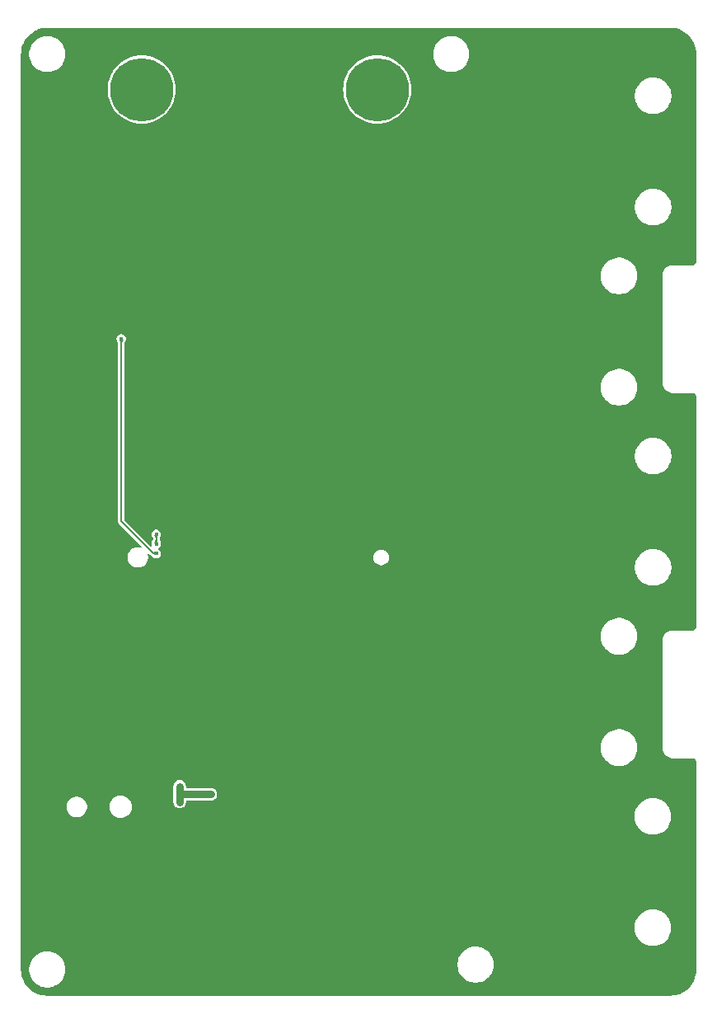
<source format=gbr>
%TF.GenerationSoftware,KiCad,Pcbnew,8.0.5*%
%TF.CreationDate,2024-09-15T13:15:32+02:00*%
%TF.ProjectId,megacard5_reference_design,6d656761-6361-4726-9435-5f7265666572,1.0*%
%TF.SameCoordinates,Original*%
%TF.FileFunction,Copper,L4,Bot*%
%TF.FilePolarity,Positive*%
%FSLAX46Y46*%
G04 Gerber Fmt 4.6, Leading zero omitted, Abs format (unit mm)*
G04 Created by KiCad (PCBNEW 8.0.5) date 2024-09-15 13:15:32*
%MOMM*%
%LPD*%
G01*
G04 APERTURE LIST*
%TA.AperFunction,ComponentPad*%
%ADD10C,6.500000*%
%TD*%
%TA.AperFunction,ViaPad*%
%ADD11C,0.450000*%
%TD*%
%TA.AperFunction,Conductor*%
%ADD12C,0.127000*%
%TD*%
%TA.AperFunction,Conductor*%
%ADD13C,0.800000*%
%TD*%
G04 APERTURE END LIST*
D10*
%TO.P,J1,P3*%
%TO.N,N/C*%
X96900000Y-36637500D03*
%TO.P,J1,P4*%
X72700000Y-36637500D03*
%TD*%
%TO.P,J13,1*%
%TO.N,N/C*%
X96900000Y-36637500D03*
%TD*%
%TO.P,J10,1*%
%TO.N,N/C*%
X72700000Y-36637500D03*
%TD*%
D11*
%TO.N,GND*%
X68000000Y-124100000D03*
X62200000Y-116200000D03*
X67000000Y-119400000D03*
X90900000Y-102900000D03*
X87800000Y-109700000D03*
X88100000Y-100800000D03*
X90100000Y-111100000D03*
X128000000Y-69000000D03*
X64750000Y-78468750D03*
X119500000Y-98500000D03*
X114750000Y-128468750D03*
X97000000Y-54500000D03*
X91000000Y-118500000D03*
X85100000Y-83287500D03*
X118237500Y-107750000D03*
X64750000Y-53468750D03*
X94200000Y-79200000D03*
X64750000Y-113468750D03*
X91800000Y-82000000D03*
X111000000Y-107750000D03*
X80642500Y-85741394D03*
X74750000Y-48468750D03*
X69750000Y-33468750D03*
X94200000Y-82000000D03*
X124000000Y-31500000D03*
X92900000Y-86000000D03*
X64750000Y-58468750D03*
X79750000Y-58468750D03*
X124750000Y-43468750D03*
X99750000Y-128468750D03*
X90500000Y-86000000D03*
X103000000Y-81000000D03*
X96200000Y-90200000D03*
X64750000Y-128468750D03*
X79750000Y-73468750D03*
X93800000Y-87400002D03*
X64750000Y-43468750D03*
X87000000Y-79200000D03*
X81058500Y-90487500D03*
X79750000Y-83468750D03*
X89000000Y-90200000D03*
X89750000Y-33468750D03*
X84750000Y-118468750D03*
X89000000Y-118500000D03*
X89750000Y-108468750D03*
X111000000Y-70750000D03*
X79750000Y-128468750D03*
X79750000Y-98468750D03*
X91000000Y-42000000D03*
X72000000Y-124300022D03*
X74750000Y-108468750D03*
X96200000Y-87400000D03*
X87900000Y-83287500D03*
X118237500Y-52250000D03*
X87000000Y-82000000D03*
X86500000Y-45000000D03*
X69750000Y-43468750D03*
X96000000Y-119999978D03*
X64750000Y-93468750D03*
X73000000Y-87400000D03*
X96000000Y-124300022D03*
X79750000Y-43468750D03*
X79000000Y-82000000D03*
X89400000Y-79200000D03*
X111000000Y-33750000D03*
X85100000Y-86000000D03*
X79000000Y-79200000D03*
X118237500Y-89250000D03*
X89400000Y-82000000D03*
X81500000Y-85100000D03*
X87900000Y-86000000D03*
X79750000Y-103468750D03*
X69750000Y-63468750D03*
X111000000Y-89250000D03*
X95700000Y-86000000D03*
X89000000Y-87400000D03*
X79750000Y-68468750D03*
X109500000Y-85500000D03*
X99500000Y-64500000D03*
X93000000Y-119000000D03*
X64750000Y-48468750D03*
X128000000Y-106500000D03*
X69750000Y-128468750D03*
X87000000Y-118500000D03*
X98000000Y-119999978D03*
X91400000Y-90200000D03*
X104500000Y-62500000D03*
X124750000Y-118468750D03*
X79750000Y-53468750D03*
X93800000Y-90200002D03*
X91800000Y-79200000D03*
X118237500Y-70750000D03*
X119750000Y-128468750D03*
X73400000Y-79200000D03*
X86600000Y-90200000D03*
X111000000Y-52250000D03*
X74750000Y-43468750D03*
X69750000Y-53468750D03*
X75400000Y-90200000D03*
X64750000Y-98468750D03*
X74750000Y-68468750D03*
X107500000Y-45000000D03*
X79750000Y-48468750D03*
X64750000Y-63468750D03*
X69750000Y-113468750D03*
X92500000Y-58500000D03*
X69750000Y-58468750D03*
X95700000Y-83287500D03*
X84600000Y-79200000D03*
X100000000Y-124300022D03*
X84750000Y-33468750D03*
X86600000Y-87400000D03*
X79750000Y-113468750D03*
X84750000Y-128468750D03*
X74400000Y-85700000D03*
X124750000Y-128468750D03*
X84750000Y-38468750D03*
X69750000Y-108468750D03*
X98000000Y-124300022D03*
X74750000Y-53468750D03*
X78600000Y-90200000D03*
X109750000Y-128468750D03*
X64750000Y-108468750D03*
X90500000Y-83287500D03*
X124750000Y-83468750D03*
X64750000Y-68468750D03*
X69750000Y-73468750D03*
X74750000Y-113468750D03*
X73000000Y-90200000D03*
X79750000Y-63468750D03*
X86500000Y-84687500D03*
X101000000Y-108000000D03*
X69750000Y-78468750D03*
X64750000Y-123468750D03*
X75400000Y-87400000D03*
X74750000Y-128468750D03*
X98300000Y-83287500D03*
X84200000Y-87400000D03*
X69750000Y-68468750D03*
X64750000Y-38468750D03*
X104500000Y-109500000D03*
X94750000Y-128468750D03*
X94750000Y-118468750D03*
X64750000Y-73468750D03*
X124750000Y-78468750D03*
X92700000Y-84487500D03*
X74750000Y-63468750D03*
X96600000Y-82000000D03*
X84200000Y-90200000D03*
X96600000Y-79200000D03*
X102500000Y-96500000D03*
X69750000Y-48468750D03*
X84600000Y-82000000D03*
X124750000Y-113468750D03*
X118237500Y-33750000D03*
X92900000Y-83287500D03*
X73400000Y-82000000D03*
X72000000Y-119999978D03*
X78483756Y-87516244D03*
X89750000Y-128468750D03*
X75800000Y-82000000D03*
X83000000Y-119000000D03*
X104750000Y-128468750D03*
X91400000Y-87400000D03*
X79750000Y-33468750D03*
X79750000Y-38468750D03*
X75800000Y-79200000D03*
X74750000Y-58468750D03*
X127000000Y-31500000D03*
%TO.N,/~{EXT_RESET}*%
X74200000Y-82300000D03*
X74200000Y-83299994D03*
%TO.N,+5V*%
X76600000Y-109800000D03*
X79800000Y-109000000D03*
X79100000Y-109000000D03*
X76600000Y-109000000D03*
X76600000Y-108200000D03*
%TO.N,+3.3V*%
X74200000Y-84300000D03*
X70600000Y-62250000D03*
%TD*%
D12*
%TO.N,+3.3V*%
X70600000Y-81000004D02*
X73899996Y-84300000D01*
X70600000Y-62250000D02*
X70600000Y-81000004D01*
X73899996Y-84300000D02*
X74200000Y-84300000D01*
%TO.N,/~{EXT_RESET}*%
X74200000Y-82300000D02*
X74200000Y-83299994D01*
D13*
%TO.N,+5V*%
X76600000Y-109000000D02*
X79100000Y-109000000D01*
X76600000Y-108200000D02*
X76600000Y-109800000D01*
X79100000Y-109000000D02*
X79800000Y-109000000D01*
%TD*%
%TA.AperFunction,Conductor*%
%TO.N,GND*%
G36*
X127002777Y-30300655D02*
G01*
X127296701Y-30317162D01*
X127307724Y-30318404D01*
X127595224Y-30367252D01*
X127606018Y-30369715D01*
X127886251Y-30450449D01*
X127896722Y-30454113D01*
X128166134Y-30565708D01*
X128176136Y-30570525D01*
X128431354Y-30711578D01*
X128440755Y-30717485D01*
X128678575Y-30886228D01*
X128687254Y-30893149D01*
X128717388Y-30920078D01*
X128904697Y-31087467D01*
X128912532Y-31095302D01*
X128985748Y-31177231D01*
X129106850Y-31312745D01*
X129113771Y-31321424D01*
X129282514Y-31559244D01*
X129288421Y-31568645D01*
X129429474Y-31823863D01*
X129434291Y-31833865D01*
X129545884Y-32103273D01*
X129549551Y-32113752D01*
X129630280Y-32393966D01*
X129632750Y-32404790D01*
X129681594Y-32692270D01*
X129682837Y-32703302D01*
X129699344Y-32997222D01*
X129699500Y-33002773D01*
X129699500Y-33055569D01*
X129699501Y-33055582D01*
X129699501Y-54243511D01*
X129698654Y-54256433D01*
X129685886Y-54353416D01*
X129679197Y-54378380D01*
X129644267Y-54462708D01*
X129631345Y-54485089D01*
X129575779Y-54557504D01*
X129557504Y-54575779D01*
X129485089Y-54631345D01*
X129462708Y-54644267D01*
X129378380Y-54679197D01*
X129353416Y-54685886D01*
X129256442Y-54698653D01*
X129243520Y-54699500D01*
X127305582Y-54699500D01*
X127305570Y-54699499D01*
X127297595Y-54699499D01*
X127250000Y-54699499D01*
X127158093Y-54699499D01*
X127158090Y-54699499D01*
X126977071Y-54731418D01*
X126804338Y-54794288D01*
X126645152Y-54886195D01*
X126645149Y-54886197D01*
X126504353Y-55004339D01*
X126504339Y-55004353D01*
X126386197Y-55145149D01*
X126386195Y-55145152D01*
X126294288Y-55304338D01*
X126231418Y-55477071D01*
X126199499Y-55658090D01*
X126199499Y-55805569D01*
X126199500Y-55805582D01*
X126199500Y-66696325D01*
X126199499Y-66696343D01*
X126199499Y-66841909D01*
X126203807Y-66866339D01*
X126231418Y-67022928D01*
X126294286Y-67195657D01*
X126294287Y-67195659D01*
X126294288Y-67195661D01*
X126386195Y-67354847D01*
X126386197Y-67354850D01*
X126504339Y-67495646D01*
X126504346Y-67495654D01*
X126504352Y-67495659D01*
X126504353Y-67495660D01*
X126645149Y-67613802D01*
X126645152Y-67613804D01*
X126645156Y-67613807D01*
X126804343Y-67705714D01*
X126977072Y-67768582D01*
X127158093Y-67800501D01*
X127210438Y-67800501D01*
X129243526Y-67800501D01*
X129256447Y-67801348D01*
X129271498Y-67803329D01*
X129353419Y-67814114D01*
X129378375Y-67820800D01*
X129462711Y-67855734D01*
X129485086Y-67868652D01*
X129557503Y-67924219D01*
X129575776Y-67942493D01*
X129631344Y-68014909D01*
X129644267Y-68037291D01*
X129679197Y-68121618D01*
X129685886Y-68146582D01*
X129698653Y-68243558D01*
X129699500Y-68256480D01*
X129699500Y-91743518D01*
X129698653Y-91756440D01*
X129685886Y-91853416D01*
X129679197Y-91878380D01*
X129644267Y-91962708D01*
X129631345Y-91985089D01*
X129575779Y-92057504D01*
X129557504Y-92075779D01*
X129485089Y-92131345D01*
X129462708Y-92144267D01*
X129378380Y-92179197D01*
X129353416Y-92185886D01*
X129256442Y-92198653D01*
X129243520Y-92199500D01*
X127305582Y-92199500D01*
X127305570Y-92199499D01*
X127297595Y-92199499D01*
X127250000Y-92199499D01*
X127158093Y-92199499D01*
X127158090Y-92199499D01*
X126977071Y-92231418D01*
X126804338Y-92294288D01*
X126645152Y-92386195D01*
X126645149Y-92386197D01*
X126504353Y-92504339D01*
X126504339Y-92504353D01*
X126386197Y-92645149D01*
X126386195Y-92645152D01*
X126294288Y-92804338D01*
X126231418Y-92977071D01*
X126199499Y-93158090D01*
X126199499Y-93305569D01*
X126199500Y-93305582D01*
X126199500Y-104196325D01*
X126199499Y-104196343D01*
X126199499Y-104202405D01*
X126199499Y-104250000D01*
X126199499Y-104341907D01*
X126231418Y-104522928D01*
X126294286Y-104695657D01*
X126294287Y-104695659D01*
X126294288Y-104695661D01*
X126386195Y-104854847D01*
X126386197Y-104854850D01*
X126504339Y-104995646D01*
X126504346Y-104995654D01*
X126504352Y-104995659D01*
X126504353Y-104995660D01*
X126645149Y-105113802D01*
X126645152Y-105113804D01*
X126645156Y-105113807D01*
X126804343Y-105205714D01*
X126977072Y-105268582D01*
X127158093Y-105300501D01*
X127210438Y-105300501D01*
X129243526Y-105300501D01*
X129256447Y-105301348D01*
X129271498Y-105303329D01*
X129353419Y-105314114D01*
X129378375Y-105320800D01*
X129462711Y-105355734D01*
X129485086Y-105368652D01*
X129557503Y-105424219D01*
X129575776Y-105442493D01*
X129631344Y-105514909D01*
X129644267Y-105537291D01*
X129679197Y-105621618D01*
X129685886Y-105646582D01*
X129698653Y-105743558D01*
X129699500Y-105756480D01*
X129699500Y-126997226D01*
X129699344Y-127002777D01*
X129682837Y-127296697D01*
X129681594Y-127307729D01*
X129632750Y-127595209D01*
X129630280Y-127606033D01*
X129549551Y-127886247D01*
X129545884Y-127896726D01*
X129434291Y-128166134D01*
X129429474Y-128176136D01*
X129288421Y-128431354D01*
X129282514Y-128440755D01*
X129113771Y-128678575D01*
X129106850Y-128687254D01*
X128912540Y-128904689D01*
X128904689Y-128912540D01*
X128687254Y-129106850D01*
X128678575Y-129113771D01*
X128440755Y-129282514D01*
X128431354Y-129288421D01*
X128176136Y-129429474D01*
X128166134Y-129434291D01*
X127896726Y-129545884D01*
X127886247Y-129549551D01*
X127606033Y-129630280D01*
X127595209Y-129632750D01*
X127307729Y-129681594D01*
X127296697Y-129682837D01*
X127002778Y-129699344D01*
X126997227Y-129699500D01*
X126944430Y-129699500D01*
X126944418Y-129699501D01*
X63002772Y-129699501D01*
X62997221Y-129699345D01*
X62703301Y-129682838D01*
X62692269Y-129681595D01*
X62404789Y-129632751D01*
X62393965Y-129630281D01*
X62113751Y-129549552D01*
X62103272Y-129545885D01*
X61833864Y-129434292D01*
X61823862Y-129429475D01*
X61568645Y-129288422D01*
X61559245Y-129282516D01*
X61559242Y-129282514D01*
X61321410Y-129113762D01*
X61312754Y-129106860D01*
X61095302Y-128912532D01*
X61087467Y-128904697D01*
X60893138Y-128687243D01*
X60886238Y-128678592D01*
X60717480Y-128440749D01*
X60711577Y-128431354D01*
X60570524Y-128176137D01*
X60565707Y-128166135D01*
X60565707Y-128166134D01*
X60454112Y-127896723D01*
X60450447Y-127886248D01*
X60450447Y-127886247D01*
X60369714Y-127606019D01*
X60367251Y-127595225D01*
X60318403Y-127307725D01*
X60317161Y-127296698D01*
X60300656Y-127002795D01*
X60300500Y-126997244D01*
X60300500Y-126878448D01*
X61145500Y-126878448D01*
X61145500Y-127121551D01*
X61177230Y-127362563D01*
X61177230Y-127362568D01*
X61240149Y-127597387D01*
X61333178Y-127821979D01*
X61376333Y-127896727D01*
X61454731Y-128032516D01*
X61602722Y-128225380D01*
X61774620Y-128397278D01*
X61967484Y-128545269D01*
X62178016Y-128666819D01*
X62178017Y-128666819D01*
X62178020Y-128666821D01*
X62206397Y-128678575D01*
X62402612Y-128759850D01*
X62637429Y-128822769D01*
X62878450Y-128854500D01*
X62878451Y-128854500D01*
X63121549Y-128854500D01*
X63121550Y-128854500D01*
X63362571Y-128822769D01*
X63597388Y-128759850D01*
X63821984Y-128666819D01*
X64032516Y-128545269D01*
X64225380Y-128397278D01*
X64397278Y-128225380D01*
X64545269Y-128032516D01*
X64666819Y-127821984D01*
X64759850Y-127597388D01*
X64822769Y-127362571D01*
X64854500Y-127121550D01*
X64854500Y-126878450D01*
X64822769Y-126637429D01*
X64759850Y-126402612D01*
X64749841Y-126378448D01*
X105145500Y-126378448D01*
X105145500Y-126621551D01*
X105177230Y-126862563D01*
X105177230Y-126862568D01*
X105240149Y-127097387D01*
X105333178Y-127321979D01*
X105333181Y-127321984D01*
X105454731Y-127532516D01*
X105602722Y-127725380D01*
X105774620Y-127897278D01*
X105967484Y-128045269D01*
X106178016Y-128166819D01*
X106178017Y-128166819D01*
X106178020Y-128166821D01*
X106319394Y-128225380D01*
X106402612Y-128259850D01*
X106637429Y-128322769D01*
X106878450Y-128354500D01*
X106878451Y-128354500D01*
X107121549Y-128354500D01*
X107121550Y-128354500D01*
X107362571Y-128322769D01*
X107597388Y-128259850D01*
X107821984Y-128166819D01*
X108032516Y-128045269D01*
X108225380Y-127897278D01*
X108397278Y-127725380D01*
X108545269Y-127532516D01*
X108666819Y-127321984D01*
X108759850Y-127097388D01*
X108822769Y-126862571D01*
X108854500Y-126621550D01*
X108854500Y-126378450D01*
X108822769Y-126137429D01*
X108759850Y-125902612D01*
X108666819Y-125678016D01*
X108545269Y-125467484D01*
X108397278Y-125274620D01*
X108225380Y-125102722D01*
X108032516Y-124954731D01*
X108032517Y-124954731D01*
X108032515Y-124954730D01*
X107821979Y-124833178D01*
X107597387Y-124740149D01*
X107437001Y-124697174D01*
X107362571Y-124677231D01*
X107362568Y-124677230D01*
X107362566Y-124677230D01*
X107121551Y-124645500D01*
X107121550Y-124645500D01*
X106878450Y-124645500D01*
X106878448Y-124645500D01*
X106637436Y-124677230D01*
X106637431Y-124677230D01*
X106402612Y-124740149D01*
X106178020Y-124833178D01*
X105967484Y-124954730D01*
X105774623Y-125102719D01*
X105602719Y-125274623D01*
X105454730Y-125467484D01*
X105333178Y-125678020D01*
X105240149Y-125902612D01*
X105177230Y-126137431D01*
X105177230Y-126137436D01*
X105145500Y-126378448D01*
X64749841Y-126378448D01*
X64666819Y-126178016D01*
X64545269Y-125967484D01*
X64397278Y-125774620D01*
X64225380Y-125602722D01*
X64032516Y-125454731D01*
X64032517Y-125454731D01*
X64032515Y-125454730D01*
X63821979Y-125333178D01*
X63597387Y-125240149D01*
X63437001Y-125197174D01*
X63362571Y-125177231D01*
X63362568Y-125177230D01*
X63362566Y-125177230D01*
X63121551Y-125145500D01*
X63121550Y-125145500D01*
X62878450Y-125145500D01*
X62878448Y-125145500D01*
X62637436Y-125177230D01*
X62637431Y-125177230D01*
X62402612Y-125240149D01*
X62178020Y-125333178D01*
X61967484Y-125454730D01*
X61774623Y-125602719D01*
X61602719Y-125774623D01*
X61454730Y-125967484D01*
X61333178Y-126178020D01*
X61240149Y-126402612D01*
X61177230Y-126637431D01*
X61177230Y-126637436D01*
X61145500Y-126878448D01*
X60300500Y-126878448D01*
X60300500Y-122591810D01*
X123340500Y-122591810D01*
X123340500Y-122838189D01*
X123372658Y-123082451D01*
X123372658Y-123082456D01*
X123436425Y-123320441D01*
X123530708Y-123548060D01*
X123530711Y-123548065D01*
X123653900Y-123761435D01*
X123803885Y-123956900D01*
X123978100Y-124131115D01*
X124173565Y-124281100D01*
X124386935Y-124404289D01*
X124386936Y-124404289D01*
X124386939Y-124404291D01*
X124614558Y-124498574D01*
X124852541Y-124562341D01*
X125096811Y-124594500D01*
X125096812Y-124594500D01*
X125343188Y-124594500D01*
X125343189Y-124594500D01*
X125587459Y-124562341D01*
X125825442Y-124498574D01*
X126053065Y-124404289D01*
X126266435Y-124281100D01*
X126461900Y-124131115D01*
X126636115Y-123956900D01*
X126786100Y-123761435D01*
X126909289Y-123548065D01*
X127003574Y-123320442D01*
X127067341Y-123082459D01*
X127099500Y-122838189D01*
X127099500Y-122591811D01*
X127067341Y-122347541D01*
X127003574Y-122109558D01*
X126909289Y-121881935D01*
X126786100Y-121668565D01*
X126636115Y-121473100D01*
X126461900Y-121298885D01*
X126266435Y-121148900D01*
X126053065Y-121025711D01*
X126053060Y-121025708D01*
X125825441Y-120931425D01*
X125662891Y-120887871D01*
X125587459Y-120867659D01*
X125587456Y-120867658D01*
X125587454Y-120867658D01*
X125343189Y-120835500D01*
X125096811Y-120835500D01*
X125096810Y-120835500D01*
X124852548Y-120867658D01*
X124852543Y-120867658D01*
X124614558Y-120931425D01*
X124386939Y-121025708D01*
X124173561Y-121148902D01*
X123978103Y-121298882D01*
X123803882Y-121473103D01*
X123653902Y-121668561D01*
X123530708Y-121881939D01*
X123436425Y-122109558D01*
X123372658Y-122347543D01*
X123372658Y-122347548D01*
X123340500Y-122591810D01*
X60300500Y-122591810D01*
X60300500Y-110196138D01*
X64970500Y-110196138D01*
X64970500Y-110403861D01*
X64997516Y-110539677D01*
X65003616Y-110570346D01*
X65011024Y-110607585D01*
X65011024Y-110607587D01*
X65090512Y-110799490D01*
X65090512Y-110799491D01*
X65205916Y-110972203D01*
X65205917Y-110972204D01*
X65352796Y-111119083D01*
X65525507Y-111234486D01*
X65717414Y-111313976D01*
X65921141Y-111354500D01*
X65921142Y-111354500D01*
X66128858Y-111354500D01*
X66128859Y-111354500D01*
X66332586Y-111313976D01*
X66524493Y-111234486D01*
X66697204Y-111119083D01*
X66844083Y-110972204D01*
X66959486Y-110799493D01*
X67038976Y-110607586D01*
X67079500Y-110403859D01*
X67079500Y-110209135D01*
X69370500Y-110209135D01*
X69370500Y-110390864D01*
X69398926Y-110570341D01*
X69455083Y-110743174D01*
X69537582Y-110905089D01*
X69537586Y-110905095D01*
X69644392Y-111052100D01*
X69644394Y-111052102D01*
X69644397Y-111052106D01*
X69772894Y-111180603D01*
X69772897Y-111180605D01*
X69772899Y-111180607D01*
X69919904Y-111287413D01*
X69919910Y-111287417D01*
X70081826Y-111369917D01*
X70254654Y-111426072D01*
X70254655Y-111426072D01*
X70254658Y-111426073D01*
X70434136Y-111454500D01*
X70434139Y-111454500D01*
X70615864Y-111454500D01*
X70795341Y-111426073D01*
X70795342Y-111426072D01*
X70795346Y-111426072D01*
X70968174Y-111369917D01*
X71130090Y-111287417D01*
X71277106Y-111180603D01*
X71295899Y-111161810D01*
X123340500Y-111161810D01*
X123340500Y-111408189D01*
X123372658Y-111652451D01*
X123372658Y-111652456D01*
X123436425Y-111890441D01*
X123530708Y-112118060D01*
X123530711Y-112118065D01*
X123653900Y-112331435D01*
X123803885Y-112526900D01*
X123978100Y-112701115D01*
X124173565Y-112851100D01*
X124386935Y-112974289D01*
X124386936Y-112974289D01*
X124386939Y-112974291D01*
X124614558Y-113068574D01*
X124852541Y-113132341D01*
X125096811Y-113164500D01*
X125096812Y-113164500D01*
X125343188Y-113164500D01*
X125343189Y-113164500D01*
X125587459Y-113132341D01*
X125825442Y-113068574D01*
X126053065Y-112974289D01*
X126266435Y-112851100D01*
X126461900Y-112701115D01*
X126636115Y-112526900D01*
X126786100Y-112331435D01*
X126909289Y-112118065D01*
X127003574Y-111890442D01*
X127067341Y-111652459D01*
X127099500Y-111408189D01*
X127099500Y-111161811D01*
X127067341Y-110917541D01*
X127003574Y-110679558D01*
X126909291Y-110451939D01*
X126909289Y-110451935D01*
X126786100Y-110238565D01*
X126636115Y-110043100D01*
X126461900Y-109868885D01*
X126266435Y-109718900D01*
X126053065Y-109595711D01*
X126053060Y-109595708D01*
X125825441Y-109501425D01*
X125662891Y-109457871D01*
X125587459Y-109437659D01*
X125587456Y-109437658D01*
X125587454Y-109437658D01*
X125343189Y-109405500D01*
X125096811Y-109405500D01*
X125096810Y-109405500D01*
X124852548Y-109437658D01*
X124852543Y-109437658D01*
X124614558Y-109501425D01*
X124386939Y-109595708D01*
X124173561Y-109718902D01*
X123978103Y-109868882D01*
X123803882Y-110043103D01*
X123653902Y-110238561D01*
X123530708Y-110451939D01*
X123436425Y-110679558D01*
X123372658Y-110917543D01*
X123372658Y-110917548D01*
X123340500Y-111161810D01*
X71295899Y-111161810D01*
X71405603Y-111052106D01*
X71512417Y-110905090D01*
X71594917Y-110743174D01*
X71651072Y-110570346D01*
X71670054Y-110450500D01*
X71679500Y-110390864D01*
X71679500Y-110209135D01*
X71651073Y-110029658D01*
X71638105Y-109989747D01*
X71594917Y-109856826D01*
X71512417Y-109694910D01*
X71509801Y-109691309D01*
X71405607Y-109547899D01*
X71405605Y-109547897D01*
X71405603Y-109547894D01*
X71277106Y-109419397D01*
X71277102Y-109419394D01*
X71277100Y-109419392D01*
X71130095Y-109312586D01*
X71130089Y-109312582D01*
X70968174Y-109230083D01*
X70795341Y-109173926D01*
X70615864Y-109145500D01*
X70615861Y-109145500D01*
X70434139Y-109145500D01*
X70434136Y-109145500D01*
X70254658Y-109173926D01*
X70081825Y-109230083D01*
X69919910Y-109312582D01*
X69919904Y-109312586D01*
X69772899Y-109419392D01*
X69644392Y-109547899D01*
X69537586Y-109694904D01*
X69537582Y-109694910D01*
X69455083Y-109856825D01*
X69398926Y-110029658D01*
X69370500Y-110209135D01*
X67079500Y-110209135D01*
X67079500Y-110196141D01*
X67038976Y-109992414D01*
X66959487Y-109800509D01*
X66959487Y-109800508D01*
X66844083Y-109627796D01*
X66697203Y-109480916D01*
X66524490Y-109365512D01*
X66332586Y-109286024D01*
X66128861Y-109245500D01*
X66128859Y-109245500D01*
X65921141Y-109245500D01*
X65921138Y-109245500D01*
X65717414Y-109286024D01*
X65717412Y-109286024D01*
X65525509Y-109365512D01*
X65525508Y-109365512D01*
X65352796Y-109480916D01*
X65205916Y-109627796D01*
X65090512Y-109800508D01*
X65090512Y-109800509D01*
X65011024Y-109992412D01*
X65011024Y-109992414D01*
X64970500Y-110196138D01*
X60300500Y-110196138D01*
X60300500Y-108135930D01*
X75949500Y-108135930D01*
X75949500Y-109864069D01*
X75974499Y-109989742D01*
X75974500Y-109989747D01*
X76023534Y-110108125D01*
X76023538Y-110108133D01*
X76066365Y-110172226D01*
X76094724Y-110214669D01*
X76185331Y-110305276D01*
X76248848Y-110347717D01*
X76291866Y-110376461D01*
X76291870Y-110376463D01*
X76291873Y-110376465D01*
X76410256Y-110425501D01*
X76535931Y-110450500D01*
X76535932Y-110450500D01*
X76664068Y-110450500D01*
X76664069Y-110450500D01*
X76789744Y-110425501D01*
X76908127Y-110376465D01*
X77014669Y-110305276D01*
X77105276Y-110214669D01*
X77176465Y-110108127D01*
X77225501Y-109989744D01*
X77250500Y-109864069D01*
X77250500Y-109749500D01*
X77269407Y-109691309D01*
X77318907Y-109655345D01*
X77349500Y-109650500D01*
X79864068Y-109650500D01*
X79864069Y-109650500D01*
X79989744Y-109625501D01*
X80108127Y-109576465D01*
X80214669Y-109505276D01*
X80305276Y-109414669D01*
X80376465Y-109308127D01*
X80425501Y-109189744D01*
X80450500Y-109064069D01*
X80450500Y-108935931D01*
X80425501Y-108810256D01*
X80376465Y-108691873D01*
X80376463Y-108691870D01*
X80376461Y-108691866D01*
X80347717Y-108648848D01*
X80305276Y-108585331D01*
X80214669Y-108494724D01*
X80172226Y-108466365D01*
X80108133Y-108423538D01*
X80108125Y-108423534D01*
X79989747Y-108374500D01*
X79989745Y-108374499D01*
X79989744Y-108374499D01*
X79864069Y-108349500D01*
X77349500Y-108349500D01*
X77291309Y-108330593D01*
X77255345Y-108281093D01*
X77250500Y-108250500D01*
X77250500Y-108135932D01*
X77250500Y-108135931D01*
X77225501Y-108010256D01*
X77176465Y-107891873D01*
X77176463Y-107891870D01*
X77176461Y-107891866D01*
X77147717Y-107848848D01*
X77105276Y-107785331D01*
X77014669Y-107694724D01*
X76972226Y-107666365D01*
X76908133Y-107623538D01*
X76908125Y-107623534D01*
X76789747Y-107574500D01*
X76789745Y-107574499D01*
X76789744Y-107574499D01*
X76664069Y-107549500D01*
X76535931Y-107549500D01*
X76535930Y-107549500D01*
X76473093Y-107561999D01*
X76410256Y-107574499D01*
X76410255Y-107574499D01*
X76410252Y-107574500D01*
X76291874Y-107623534D01*
X76291866Y-107623538D01*
X76185331Y-107694724D01*
X76185327Y-107694727D01*
X76094727Y-107785327D01*
X76094724Y-107785331D01*
X76023538Y-107891866D01*
X76023534Y-107891874D01*
X75974500Y-108010252D01*
X75974499Y-108010257D01*
X75949500Y-108135930D01*
X60300500Y-108135930D01*
X60300500Y-104091810D01*
X119860500Y-104091810D01*
X119860500Y-104338189D01*
X119892658Y-104582451D01*
X119892658Y-104582456D01*
X119956425Y-104820441D01*
X120050708Y-105048060D01*
X120173902Y-105261438D01*
X120256172Y-105368655D01*
X120323885Y-105456900D01*
X120498100Y-105631115D01*
X120693565Y-105781100D01*
X120906935Y-105904289D01*
X120906936Y-105904289D01*
X120906939Y-105904291D01*
X121134558Y-105998574D01*
X121372541Y-106062341D01*
X121616811Y-106094500D01*
X121616812Y-106094500D01*
X121863188Y-106094500D01*
X121863189Y-106094500D01*
X122107459Y-106062341D01*
X122345442Y-105998574D01*
X122573065Y-105904289D01*
X122786435Y-105781100D01*
X122981900Y-105631115D01*
X123156115Y-105456900D01*
X123306100Y-105261435D01*
X123429289Y-105048065D01*
X123523574Y-104820442D01*
X123587341Y-104582459D01*
X123619500Y-104338189D01*
X123619500Y-104091811D01*
X123587341Y-103847541D01*
X123523574Y-103609558D01*
X123429289Y-103381935D01*
X123306100Y-103168565D01*
X123156115Y-102973100D01*
X122981900Y-102798885D01*
X122786435Y-102648900D01*
X122573065Y-102525711D01*
X122573060Y-102525708D01*
X122345441Y-102431425D01*
X122182891Y-102387871D01*
X122107459Y-102367659D01*
X122107456Y-102367658D01*
X122107454Y-102367658D01*
X121863189Y-102335500D01*
X121616811Y-102335500D01*
X121616810Y-102335500D01*
X121372548Y-102367658D01*
X121372543Y-102367658D01*
X121134558Y-102431425D01*
X120906939Y-102525708D01*
X120693561Y-102648902D01*
X120498103Y-102798882D01*
X120323882Y-102973103D01*
X120173902Y-103168561D01*
X120050708Y-103381939D01*
X119956425Y-103609558D01*
X119892658Y-103847543D01*
X119892658Y-103847548D01*
X119860500Y-104091810D01*
X60300500Y-104091810D01*
X60300500Y-92661811D01*
X119860500Y-92661811D01*
X119860500Y-92908189D01*
X119875911Y-93025250D01*
X119892658Y-93152451D01*
X119892658Y-93152456D01*
X119956425Y-93390441D01*
X120050708Y-93618060D01*
X120050711Y-93618065D01*
X120173900Y-93831435D01*
X120323885Y-94026900D01*
X120498100Y-94201115D01*
X120693565Y-94351100D01*
X120906935Y-94474289D01*
X120906936Y-94474289D01*
X120906939Y-94474291D01*
X121134558Y-94568574D01*
X121372541Y-94632341D01*
X121616811Y-94664500D01*
X121616812Y-94664500D01*
X121863188Y-94664500D01*
X121863189Y-94664500D01*
X122107459Y-94632341D01*
X122345442Y-94568574D01*
X122573065Y-94474289D01*
X122786435Y-94351100D01*
X122981900Y-94201115D01*
X123156115Y-94026900D01*
X123306100Y-93831435D01*
X123429289Y-93618065D01*
X123523574Y-93390442D01*
X123587341Y-93152459D01*
X123619500Y-92908189D01*
X123619500Y-92661811D01*
X123587341Y-92417541D01*
X123523574Y-92179558D01*
X123477301Y-92067845D01*
X123429291Y-91951939D01*
X123365764Y-91841907D01*
X123306100Y-91738565D01*
X123156115Y-91543100D01*
X122981900Y-91368885D01*
X122786435Y-91218900D01*
X122573065Y-91095711D01*
X122573060Y-91095708D01*
X122345441Y-91001425D01*
X122182891Y-90957871D01*
X122107459Y-90937659D01*
X122107456Y-90937658D01*
X122107454Y-90937658D01*
X121863189Y-90905500D01*
X121616811Y-90905500D01*
X121616810Y-90905500D01*
X121372548Y-90937658D01*
X121372543Y-90937658D01*
X121134558Y-91001425D01*
X120906939Y-91095708D01*
X120693561Y-91218902D01*
X120498103Y-91368882D01*
X120323882Y-91543103D01*
X120173902Y-91738561D01*
X120050708Y-91951939D01*
X119956425Y-92179558D01*
X119892658Y-92417543D01*
X119892658Y-92417548D01*
X119862694Y-92645149D01*
X119860500Y-92661811D01*
X60300500Y-92661811D01*
X60300500Y-62249997D01*
X70119610Y-62249997D01*
X70119610Y-62250002D01*
X70139067Y-62385336D01*
X70139068Y-62385338D01*
X70139069Y-62385342D01*
X70149994Y-62409265D01*
X70157313Y-62432524D01*
X70158866Y-62440993D01*
X70158868Y-62440997D01*
X70279021Y-62743846D01*
X70279022Y-62743847D01*
X70286000Y-62780355D01*
X70286000Y-81041343D01*
X70302876Y-81104327D01*
X70307399Y-81121204D01*
X70348737Y-81192804D01*
X72134755Y-82978822D01*
X72653775Y-83497843D01*
X72681552Y-83552360D01*
X72671981Y-83612792D01*
X72628716Y-83656057D01*
X72568284Y-83665628D01*
X72564457Y-83664945D01*
X72403861Y-83633000D01*
X72403859Y-83633000D01*
X72196141Y-83633000D01*
X72196138Y-83633000D01*
X71992414Y-83673524D01*
X71992412Y-83673524D01*
X71800509Y-83753012D01*
X71800508Y-83753012D01*
X71627796Y-83868416D01*
X71480916Y-84015296D01*
X71365512Y-84188008D01*
X71365512Y-84188009D01*
X71286024Y-84379912D01*
X71286024Y-84379914D01*
X71245500Y-84583638D01*
X71245500Y-84791361D01*
X71286024Y-84995085D01*
X71286024Y-84995087D01*
X71365512Y-85186990D01*
X71365512Y-85186991D01*
X71480916Y-85359703D01*
X71480917Y-85359704D01*
X71627796Y-85506583D01*
X71800507Y-85621986D01*
X71992414Y-85701476D01*
X72196141Y-85742000D01*
X72196142Y-85742000D01*
X72403858Y-85742000D01*
X72403859Y-85742000D01*
X72607586Y-85701476D01*
X72799493Y-85621986D01*
X72844654Y-85591810D01*
X123360500Y-85591810D01*
X123360500Y-85838189D01*
X123392658Y-86082451D01*
X123392658Y-86082456D01*
X123456425Y-86320441D01*
X123550708Y-86548060D01*
X123550711Y-86548065D01*
X123673900Y-86761435D01*
X123823885Y-86956900D01*
X123998100Y-87131115D01*
X124193565Y-87281100D01*
X124406935Y-87404289D01*
X124406936Y-87404289D01*
X124406939Y-87404291D01*
X124634558Y-87498574D01*
X124872541Y-87562341D01*
X125116811Y-87594500D01*
X125116812Y-87594500D01*
X125363188Y-87594500D01*
X125363189Y-87594500D01*
X125607459Y-87562341D01*
X125845442Y-87498574D01*
X126073065Y-87404289D01*
X126286435Y-87281100D01*
X126481900Y-87131115D01*
X126656115Y-86956900D01*
X126806100Y-86761435D01*
X126929289Y-86548065D01*
X127023574Y-86320442D01*
X127087341Y-86082459D01*
X127119500Y-85838189D01*
X127119500Y-85591811D01*
X127087341Y-85347541D01*
X127023574Y-85109558D01*
X126976158Y-84995086D01*
X126929291Y-84881939D01*
X126876995Y-84791359D01*
X126806100Y-84668565D01*
X126798513Y-84658678D01*
X126747810Y-84592600D01*
X126656115Y-84473100D01*
X126481900Y-84298885D01*
X126337402Y-84188008D01*
X126286438Y-84148902D01*
X126073060Y-84025708D01*
X125845441Y-83931425D01*
X125665765Y-83883282D01*
X125607459Y-83867659D01*
X125607456Y-83867658D01*
X125607454Y-83867658D01*
X125363189Y-83835500D01*
X125116811Y-83835500D01*
X125116810Y-83835500D01*
X124872548Y-83867658D01*
X124872543Y-83867658D01*
X124634558Y-83931425D01*
X124406939Y-84025708D01*
X124193561Y-84148902D01*
X123998103Y-84298882D01*
X123823882Y-84473103D01*
X123673902Y-84668561D01*
X123550708Y-84881939D01*
X123456425Y-85109558D01*
X123392658Y-85347543D01*
X123392658Y-85347548D01*
X123360500Y-85591810D01*
X72844654Y-85591810D01*
X72972204Y-85506583D01*
X73119083Y-85359704D01*
X73234486Y-85186993D01*
X73313976Y-84995086D01*
X73354500Y-84791359D01*
X73354500Y-84583641D01*
X73322554Y-84423040D01*
X73329746Y-84362281D01*
X73371278Y-84317351D01*
X73431288Y-84305414D01*
X73486853Y-84331030D01*
X73489656Y-84333724D01*
X73596015Y-84440083D01*
X73599914Y-84444213D01*
X73605857Y-84450881D01*
X73609435Y-84454178D01*
X73609434Y-84454178D01*
X73614620Y-84458689D01*
X73707194Y-84551262D01*
X73707195Y-84551263D01*
X73778796Y-84592601D01*
X73783206Y-84593782D01*
X73817215Y-84610384D01*
X73874053Y-84653276D01*
X73879831Y-84658678D01*
X73880058Y-84658417D01*
X73885408Y-84663052D01*
X73885411Y-84663055D01*
X74000439Y-84736978D01*
X74131633Y-84775500D01*
X74131634Y-84775500D01*
X74268366Y-84775500D01*
X74268367Y-84775500D01*
X74399561Y-84736978D01*
X74514589Y-84663055D01*
X74562068Y-84608261D01*
X96495500Y-84608261D01*
X96495500Y-84766738D01*
X96526416Y-84922163D01*
X96526416Y-84922165D01*
X96587059Y-85068571D01*
X96587060Y-85068573D01*
X96587061Y-85068574D01*
X96675104Y-85200339D01*
X96787161Y-85312396D01*
X96918926Y-85400439D01*
X97065336Y-85461084D01*
X97220764Y-85492000D01*
X97220765Y-85492000D01*
X97379235Y-85492000D01*
X97379236Y-85492000D01*
X97534664Y-85461084D01*
X97681074Y-85400439D01*
X97812839Y-85312396D01*
X97924896Y-85200339D01*
X98012939Y-85068574D01*
X98073584Y-84922164D01*
X98104500Y-84766736D01*
X98104500Y-84608264D01*
X98073584Y-84452836D01*
X98012939Y-84306426D01*
X97924896Y-84174661D01*
X97812839Y-84062604D01*
X97681074Y-83974561D01*
X97681073Y-83974560D01*
X97681071Y-83974559D01*
X97534664Y-83913916D01*
X97379238Y-83883000D01*
X97379236Y-83883000D01*
X97220764Y-83883000D01*
X97220761Y-83883000D01*
X97065336Y-83913916D01*
X97065334Y-83913916D01*
X96918928Y-83974559D01*
X96787161Y-84062604D01*
X96787157Y-84062607D01*
X96675107Y-84174657D01*
X96675104Y-84174661D01*
X96587059Y-84306428D01*
X96526416Y-84452834D01*
X96526416Y-84452836D01*
X96495500Y-84608261D01*
X74562068Y-84608261D01*
X74604130Y-84559718D01*
X74643686Y-84473103D01*
X74660930Y-84435345D01*
X74660932Y-84435337D01*
X74680390Y-84300002D01*
X74680390Y-84299997D01*
X74660932Y-84164662D01*
X74660930Y-84164654D01*
X74604131Y-84040284D01*
X74604130Y-84040283D01*
X74604130Y-84040282D01*
X74514589Y-83936945D01*
X74514588Y-83936944D01*
X74493099Y-83923134D01*
X74431083Y-83883279D01*
X74392353Y-83835916D01*
X74388859Y-83774831D01*
X74421938Y-83723358D01*
X74431072Y-83716720D01*
X74514589Y-83663049D01*
X74604130Y-83559712D01*
X74635072Y-83491958D01*
X74660930Y-83435339D01*
X74660932Y-83435331D01*
X74680390Y-83299996D01*
X74680390Y-83299991D01*
X74660932Y-83164654D01*
X74650006Y-83140731D01*
X74642682Y-83117455D01*
X74642388Y-83115854D01*
X74641131Y-83108996D01*
X74533021Y-82836503D01*
X74529137Y-82775443D01*
X74533018Y-82763496D01*
X74641131Y-82490997D01*
X74642842Y-82481909D01*
X74650078Y-82459104D01*
X74660931Y-82435342D01*
X74680390Y-82300000D01*
X74660931Y-82164658D01*
X74660930Y-82164654D01*
X74604131Y-82040284D01*
X74604130Y-82040283D01*
X74604130Y-82040282D01*
X74514589Y-81936945D01*
X74399561Y-81863022D01*
X74399558Y-81863021D01*
X74268368Y-81824500D01*
X74268367Y-81824500D01*
X74131633Y-81824500D01*
X74131631Y-81824500D01*
X74000441Y-81863021D01*
X74000439Y-81863021D01*
X74000439Y-81863022D01*
X73885411Y-81936945D01*
X73885410Y-81936945D01*
X73885410Y-81936946D01*
X73795868Y-82040284D01*
X73739069Y-82164654D01*
X73739067Y-82164662D01*
X73719610Y-82299997D01*
X73719610Y-82300002D01*
X73739067Y-82435336D01*
X73739068Y-82435338D01*
X73739069Y-82435342D01*
X73749994Y-82459265D01*
X73757313Y-82482524D01*
X73758865Y-82490985D01*
X73758868Y-82490998D01*
X73866976Y-82763486D01*
X73870861Y-82824548D01*
X73866976Y-82836504D01*
X73758869Y-83108990D01*
X73758868Y-83108995D01*
X73757155Y-83118091D01*
X73749921Y-83140888D01*
X73739069Y-83164652D01*
X73739067Y-83164657D01*
X73719610Y-83299991D01*
X73719610Y-83299996D01*
X73740076Y-83442345D01*
X73737393Y-83442730D01*
X73735978Y-83491958D01*
X73698606Y-83540405D01*
X73639896Y-83557632D01*
X73582273Y-83537061D01*
X73572737Y-83528677D01*
X70942996Y-80898936D01*
X70915219Y-80844419D01*
X70914000Y-80828932D01*
X70914000Y-74161810D01*
X123360500Y-74161810D01*
X123360500Y-74408189D01*
X123392658Y-74652451D01*
X123392658Y-74652456D01*
X123456425Y-74890441D01*
X123550708Y-75118060D01*
X123550711Y-75118065D01*
X123673900Y-75331435D01*
X123823885Y-75526900D01*
X123998100Y-75701115D01*
X124193565Y-75851100D01*
X124406935Y-75974289D01*
X124406936Y-75974289D01*
X124406939Y-75974291D01*
X124634558Y-76068574D01*
X124872541Y-76132341D01*
X125116811Y-76164500D01*
X125116812Y-76164500D01*
X125363188Y-76164500D01*
X125363189Y-76164500D01*
X125607459Y-76132341D01*
X125845442Y-76068574D01*
X126073065Y-75974289D01*
X126286435Y-75851100D01*
X126481900Y-75701115D01*
X126656115Y-75526900D01*
X126806100Y-75331435D01*
X126929289Y-75118065D01*
X127023574Y-74890442D01*
X127087341Y-74652459D01*
X127119500Y-74408189D01*
X127119500Y-74161811D01*
X127087341Y-73917541D01*
X127023574Y-73679558D01*
X126929289Y-73451935D01*
X126806100Y-73238565D01*
X126656115Y-73043100D01*
X126481900Y-72868885D01*
X126286435Y-72718900D01*
X126073065Y-72595711D01*
X126073060Y-72595708D01*
X125845441Y-72501425D01*
X125682891Y-72457871D01*
X125607459Y-72437659D01*
X125607456Y-72437658D01*
X125607454Y-72437658D01*
X125363189Y-72405500D01*
X125116811Y-72405500D01*
X125116810Y-72405500D01*
X124872548Y-72437658D01*
X124872543Y-72437658D01*
X124634558Y-72501425D01*
X124406939Y-72595708D01*
X124193561Y-72718902D01*
X123998103Y-72868882D01*
X123823882Y-73043103D01*
X123673902Y-73238561D01*
X123550708Y-73451939D01*
X123456425Y-73679558D01*
X123392658Y-73917543D01*
X123392658Y-73917548D01*
X123360500Y-74161810D01*
X70914000Y-74161810D01*
X70914000Y-67091810D01*
X119860500Y-67091810D01*
X119860500Y-67338189D01*
X119892658Y-67582451D01*
X119892658Y-67582456D01*
X119956425Y-67820441D01*
X120050708Y-68048060D01*
X120050711Y-68048065D01*
X120173900Y-68261435D01*
X120323885Y-68456900D01*
X120498100Y-68631115D01*
X120693565Y-68781100D01*
X120906935Y-68904289D01*
X120906936Y-68904289D01*
X120906939Y-68904291D01*
X121134558Y-68998574D01*
X121372541Y-69062341D01*
X121616811Y-69094500D01*
X121616812Y-69094500D01*
X121863188Y-69094500D01*
X121863189Y-69094500D01*
X122107459Y-69062341D01*
X122345442Y-68998574D01*
X122573065Y-68904289D01*
X122786435Y-68781100D01*
X122981900Y-68631115D01*
X123156115Y-68456900D01*
X123306100Y-68261435D01*
X123429289Y-68048065D01*
X123523574Y-67820442D01*
X123587341Y-67582459D01*
X123619500Y-67338189D01*
X123619500Y-67091811D01*
X123587341Y-66847541D01*
X123523574Y-66609558D01*
X123429289Y-66381935D01*
X123306100Y-66168565D01*
X123156115Y-65973100D01*
X122981900Y-65798885D01*
X122786435Y-65648900D01*
X122573065Y-65525711D01*
X122573060Y-65525708D01*
X122345441Y-65431425D01*
X122182891Y-65387871D01*
X122107459Y-65367659D01*
X122107456Y-65367658D01*
X122107454Y-65367658D01*
X121863189Y-65335500D01*
X121616811Y-65335500D01*
X121616810Y-65335500D01*
X121372548Y-65367658D01*
X121372543Y-65367658D01*
X121134558Y-65431425D01*
X120906939Y-65525708D01*
X120693561Y-65648902D01*
X120498103Y-65798882D01*
X120323882Y-65973103D01*
X120173902Y-66168561D01*
X120050708Y-66381939D01*
X119956425Y-66609558D01*
X119892658Y-66847543D01*
X119892658Y-66847548D01*
X119860500Y-67091810D01*
X70914000Y-67091810D01*
X70914000Y-62780355D01*
X70920978Y-62743846D01*
X71041131Y-62440997D01*
X71041132Y-62440993D01*
X71042842Y-62431909D01*
X71050078Y-62409104D01*
X71060931Y-62385342D01*
X71080390Y-62250000D01*
X71060931Y-62114658D01*
X71060930Y-62114654D01*
X71004131Y-61990284D01*
X71004130Y-61990283D01*
X71004130Y-61990282D01*
X70914589Y-61886945D01*
X70799561Y-61813022D01*
X70799558Y-61813021D01*
X70668368Y-61774500D01*
X70668367Y-61774500D01*
X70531633Y-61774500D01*
X70531631Y-61774500D01*
X70400441Y-61813021D01*
X70400439Y-61813021D01*
X70400439Y-61813022D01*
X70285411Y-61886945D01*
X70285410Y-61886945D01*
X70285410Y-61886946D01*
X70195868Y-61990284D01*
X70139069Y-62114654D01*
X70139067Y-62114662D01*
X70119610Y-62249997D01*
X60300500Y-62249997D01*
X60300500Y-55661810D01*
X119860500Y-55661810D01*
X119860500Y-55908189D01*
X119892658Y-56152451D01*
X119892658Y-56152456D01*
X119956425Y-56390441D01*
X120050708Y-56618060D01*
X120050711Y-56618065D01*
X120173900Y-56831435D01*
X120323885Y-57026900D01*
X120498100Y-57201115D01*
X120693565Y-57351100D01*
X120906935Y-57474289D01*
X120906936Y-57474289D01*
X120906939Y-57474291D01*
X121134558Y-57568574D01*
X121372541Y-57632341D01*
X121616811Y-57664500D01*
X121616812Y-57664500D01*
X121863188Y-57664500D01*
X121863189Y-57664500D01*
X122107459Y-57632341D01*
X122345442Y-57568574D01*
X122573065Y-57474289D01*
X122786435Y-57351100D01*
X122981900Y-57201115D01*
X123156115Y-57026900D01*
X123306100Y-56831435D01*
X123429289Y-56618065D01*
X123523574Y-56390442D01*
X123587341Y-56152459D01*
X123619500Y-55908189D01*
X123619500Y-55661811D01*
X123587341Y-55417541D01*
X123523574Y-55179558D01*
X123509324Y-55145156D01*
X123429291Y-54951939D01*
X123391334Y-54886195D01*
X123306100Y-54738565D01*
X123156115Y-54543100D01*
X122981900Y-54368885D01*
X122835349Y-54256433D01*
X122786438Y-54218902D01*
X122757864Y-54202405D01*
X122573065Y-54095711D01*
X122573060Y-54095708D01*
X122345441Y-54001425D01*
X122182891Y-53957871D01*
X122107459Y-53937659D01*
X122107456Y-53937658D01*
X122107454Y-53937658D01*
X121863189Y-53905500D01*
X121616811Y-53905500D01*
X121616810Y-53905500D01*
X121372548Y-53937658D01*
X121372543Y-53937658D01*
X121134558Y-54001425D01*
X120906939Y-54095708D01*
X120693561Y-54218902D01*
X120498103Y-54368882D01*
X120323882Y-54543103D01*
X120173902Y-54738561D01*
X120050708Y-54951939D01*
X119956425Y-55179558D01*
X119892658Y-55417543D01*
X119892658Y-55417548D01*
X119860500Y-55661810D01*
X60300500Y-55661810D01*
X60300500Y-48591810D01*
X123360500Y-48591810D01*
X123360500Y-48838189D01*
X123392658Y-49082451D01*
X123392658Y-49082456D01*
X123456425Y-49320441D01*
X123550708Y-49548060D01*
X123550711Y-49548065D01*
X123673900Y-49761435D01*
X123823885Y-49956900D01*
X123998100Y-50131115D01*
X124193565Y-50281100D01*
X124406935Y-50404289D01*
X124406936Y-50404289D01*
X124406939Y-50404291D01*
X124634558Y-50498574D01*
X124872541Y-50562341D01*
X125116811Y-50594500D01*
X125116812Y-50594500D01*
X125363188Y-50594500D01*
X125363189Y-50594500D01*
X125607459Y-50562341D01*
X125845442Y-50498574D01*
X126073065Y-50404289D01*
X126286435Y-50281100D01*
X126481900Y-50131115D01*
X126656115Y-49956900D01*
X126806100Y-49761435D01*
X126929289Y-49548065D01*
X127023574Y-49320442D01*
X127087341Y-49082459D01*
X127119500Y-48838189D01*
X127119500Y-48591811D01*
X127087341Y-48347541D01*
X127023574Y-48109558D01*
X126929289Y-47881935D01*
X126806100Y-47668565D01*
X126656115Y-47473100D01*
X126481900Y-47298885D01*
X126286435Y-47148900D01*
X126073065Y-47025711D01*
X126073060Y-47025708D01*
X125845441Y-46931425D01*
X125682891Y-46887871D01*
X125607459Y-46867659D01*
X125607456Y-46867658D01*
X125607454Y-46867658D01*
X125363189Y-46835500D01*
X125116811Y-46835500D01*
X125116810Y-46835500D01*
X124872548Y-46867658D01*
X124872543Y-46867658D01*
X124634558Y-46931425D01*
X124406939Y-47025708D01*
X124193561Y-47148902D01*
X123998103Y-47298882D01*
X123823882Y-47473103D01*
X123673902Y-47668561D01*
X123550708Y-47881939D01*
X123456425Y-48109558D01*
X123392658Y-48347543D01*
X123392658Y-48347548D01*
X123360500Y-48591810D01*
X60300500Y-48591810D01*
X60300500Y-36637493D01*
X69194696Y-36637493D01*
X69194696Y-36637506D01*
X69213896Y-37003892D01*
X69213898Y-37003913D01*
X69271293Y-37366288D01*
X69366257Y-37720696D01*
X69366264Y-37720719D01*
X69497743Y-38063233D01*
X69497745Y-38063236D01*
X69664318Y-38390152D01*
X69864149Y-38697866D01*
X70095051Y-38983006D01*
X70354494Y-39242449D01*
X70639634Y-39473351D01*
X70947348Y-39673182D01*
X71274264Y-39839755D01*
X71274266Y-39839756D01*
X71616780Y-39971235D01*
X71616793Y-39971239D01*
X71616801Y-39971242D01*
X71971206Y-40066205D01*
X71971209Y-40066205D01*
X71971211Y-40066206D01*
X72333586Y-40123601D01*
X72333595Y-40123601D01*
X72333596Y-40123602D01*
X72333597Y-40123602D01*
X72333607Y-40123603D01*
X72699994Y-40142804D01*
X72700000Y-40142804D01*
X72700006Y-40142804D01*
X73066392Y-40123603D01*
X73066400Y-40123602D01*
X73066404Y-40123602D01*
X73066406Y-40123601D01*
X73066413Y-40123601D01*
X73428788Y-40066206D01*
X73428788Y-40066205D01*
X73428794Y-40066205D01*
X73783199Y-39971242D01*
X73783210Y-39971237D01*
X73783219Y-39971235D01*
X74125733Y-39839756D01*
X74125731Y-39839756D01*
X74125736Y-39839755D01*
X74452652Y-39673182D01*
X74760366Y-39473351D01*
X75045506Y-39242449D01*
X75304949Y-38983006D01*
X75535851Y-38697866D01*
X75735682Y-38390152D01*
X75902255Y-38063236D01*
X75968584Y-37890442D01*
X76033735Y-37720719D01*
X76033737Y-37720710D01*
X76033742Y-37720699D01*
X76128705Y-37366294D01*
X76186102Y-37003904D01*
X76205304Y-36637500D01*
X76205304Y-36637493D01*
X93394696Y-36637493D01*
X93394696Y-36637506D01*
X93413896Y-37003892D01*
X93413898Y-37003913D01*
X93471293Y-37366288D01*
X93566257Y-37720696D01*
X93566264Y-37720719D01*
X93697743Y-38063233D01*
X93697745Y-38063236D01*
X93864318Y-38390152D01*
X94064149Y-38697866D01*
X94295051Y-38983006D01*
X94554494Y-39242449D01*
X94839634Y-39473351D01*
X95147348Y-39673182D01*
X95474264Y-39839755D01*
X95474266Y-39839756D01*
X95816780Y-39971235D01*
X95816793Y-39971239D01*
X95816801Y-39971242D01*
X96171206Y-40066205D01*
X96171209Y-40066205D01*
X96171211Y-40066206D01*
X96533586Y-40123601D01*
X96533595Y-40123601D01*
X96533596Y-40123602D01*
X96533597Y-40123602D01*
X96533607Y-40123603D01*
X96899994Y-40142804D01*
X96900000Y-40142804D01*
X96900006Y-40142804D01*
X97266392Y-40123603D01*
X97266400Y-40123602D01*
X97266404Y-40123602D01*
X97266406Y-40123601D01*
X97266413Y-40123601D01*
X97628788Y-40066206D01*
X97628788Y-40066205D01*
X97628794Y-40066205D01*
X97983199Y-39971242D01*
X97983210Y-39971237D01*
X97983219Y-39971235D01*
X98325733Y-39839756D01*
X98325731Y-39839756D01*
X98325736Y-39839755D01*
X98652652Y-39673182D01*
X98960366Y-39473351D01*
X99245506Y-39242449D01*
X99504949Y-38983006D01*
X99735851Y-38697866D01*
X99935682Y-38390152D01*
X100102255Y-38063236D01*
X100168584Y-37890442D01*
X100233735Y-37720719D01*
X100233737Y-37720710D01*
X100233742Y-37720699D01*
X100328705Y-37366294D01*
X100361092Y-37161810D01*
X123360500Y-37161810D01*
X123360500Y-37408189D01*
X123392658Y-37652451D01*
X123392658Y-37652456D01*
X123456425Y-37890441D01*
X123550708Y-38118060D01*
X123550711Y-38118065D01*
X123673900Y-38331435D01*
X123823885Y-38526900D01*
X123998100Y-38701115D01*
X124193565Y-38851100D01*
X124406935Y-38974289D01*
X124406936Y-38974289D01*
X124406939Y-38974291D01*
X124634558Y-39068574D01*
X124872541Y-39132341D01*
X125116811Y-39164500D01*
X125116812Y-39164500D01*
X125363188Y-39164500D01*
X125363189Y-39164500D01*
X125607459Y-39132341D01*
X125845442Y-39068574D01*
X126073065Y-38974289D01*
X126286435Y-38851100D01*
X126481900Y-38701115D01*
X126656115Y-38526900D01*
X126806100Y-38331435D01*
X126929289Y-38118065D01*
X127023574Y-37890442D01*
X127087341Y-37652459D01*
X127119500Y-37408189D01*
X127119500Y-37161811D01*
X127087341Y-36917541D01*
X127023574Y-36679558D01*
X126929289Y-36451935D01*
X126806100Y-36238565D01*
X126656115Y-36043100D01*
X126481900Y-35868885D01*
X126286435Y-35718900D01*
X126073065Y-35595711D01*
X126073060Y-35595708D01*
X125845441Y-35501425D01*
X125682891Y-35457871D01*
X125607459Y-35437659D01*
X125607456Y-35437658D01*
X125607454Y-35437658D01*
X125363189Y-35405500D01*
X125116811Y-35405500D01*
X125116810Y-35405500D01*
X124872548Y-35437658D01*
X124872543Y-35437658D01*
X124634558Y-35501425D01*
X124406939Y-35595708D01*
X124193561Y-35718902D01*
X123998103Y-35868882D01*
X123823882Y-36043103D01*
X123673902Y-36238561D01*
X123550708Y-36451939D01*
X123456425Y-36679558D01*
X123392658Y-36917543D01*
X123392658Y-36917548D01*
X123360500Y-37161810D01*
X100361092Y-37161810D01*
X100386102Y-37003904D01*
X100405304Y-36637500D01*
X100405304Y-36637493D01*
X100386103Y-36271107D01*
X100386101Y-36271086D01*
X100328706Y-35908711D01*
X100318034Y-35868882D01*
X100233742Y-35554301D01*
X100233739Y-35554293D01*
X100233735Y-35554280D01*
X100102256Y-35211766D01*
X100102255Y-35211764D01*
X99935682Y-34884848D01*
X99735851Y-34577134D01*
X99504949Y-34291994D01*
X99245506Y-34032551D01*
X98960366Y-33801649D01*
X98652652Y-33601818D01*
X98617287Y-33583798D01*
X98325733Y-33435243D01*
X97983219Y-33303764D01*
X97983196Y-33303757D01*
X97628788Y-33208793D01*
X97266413Y-33151398D01*
X97266392Y-33151396D01*
X96900006Y-33132196D01*
X96899994Y-33132196D01*
X96533607Y-33151396D01*
X96533586Y-33151398D01*
X96171211Y-33208793D01*
X95816803Y-33303757D01*
X95816780Y-33303764D01*
X95474266Y-33435243D01*
X95147353Y-33601815D01*
X94839631Y-33801651D01*
X94554498Y-34032547D01*
X94295047Y-34291998D01*
X94064151Y-34577131D01*
X94064149Y-34577134D01*
X93904633Y-34822769D01*
X93864315Y-34884853D01*
X93697743Y-35211766D01*
X93566264Y-35554280D01*
X93566257Y-35554303D01*
X93471293Y-35908711D01*
X93413898Y-36271086D01*
X93413896Y-36271107D01*
X93394696Y-36637493D01*
X76205304Y-36637493D01*
X76186103Y-36271107D01*
X76186101Y-36271086D01*
X76128706Y-35908711D01*
X76118034Y-35868882D01*
X76033742Y-35554301D01*
X76033739Y-35554293D01*
X76033735Y-35554280D01*
X75902256Y-35211766D01*
X75902255Y-35211764D01*
X75735682Y-34884848D01*
X75535851Y-34577134D01*
X75304949Y-34291994D01*
X75045506Y-34032551D01*
X74760366Y-33801649D01*
X74452652Y-33601818D01*
X74417287Y-33583798D01*
X74125733Y-33435243D01*
X73783219Y-33303764D01*
X73783196Y-33303757D01*
X73428788Y-33208793D01*
X73066413Y-33151398D01*
X73066392Y-33151396D01*
X72700006Y-33132196D01*
X72699994Y-33132196D01*
X72333607Y-33151396D01*
X72333586Y-33151398D01*
X71971211Y-33208793D01*
X71616803Y-33303757D01*
X71616780Y-33303764D01*
X71274266Y-33435243D01*
X70947353Y-33601815D01*
X70639631Y-33801651D01*
X70354498Y-34032547D01*
X70095047Y-34291998D01*
X69864151Y-34577131D01*
X69864149Y-34577134D01*
X69704633Y-34822769D01*
X69664315Y-34884853D01*
X69497743Y-35211766D01*
X69366264Y-35554280D01*
X69366257Y-35554303D01*
X69271293Y-35908711D01*
X69213898Y-36271086D01*
X69213896Y-36271107D01*
X69194696Y-36637493D01*
X60300500Y-36637493D01*
X60300500Y-33002773D01*
X60300656Y-32997222D01*
X60307326Y-32878448D01*
X61145500Y-32878448D01*
X61145500Y-33121551D01*
X61177230Y-33362563D01*
X61177230Y-33362568D01*
X61240149Y-33597387D01*
X61333178Y-33821979D01*
X61333181Y-33821984D01*
X61454731Y-34032516D01*
X61602722Y-34225380D01*
X61774620Y-34397278D01*
X61967484Y-34545269D01*
X62178016Y-34666819D01*
X62178017Y-34666819D01*
X62178020Y-34666821D01*
X62402612Y-34759850D01*
X62637429Y-34822769D01*
X62878450Y-34854500D01*
X62878451Y-34854500D01*
X63121549Y-34854500D01*
X63121550Y-34854500D01*
X63362571Y-34822769D01*
X63597388Y-34759850D01*
X63821984Y-34666819D01*
X64032516Y-34545269D01*
X64225380Y-34397278D01*
X64397278Y-34225380D01*
X64545269Y-34032516D01*
X64666819Y-33821984D01*
X64759850Y-33597388D01*
X64822769Y-33362571D01*
X64854500Y-33121550D01*
X64854500Y-32878450D01*
X64854500Y-32878448D01*
X102645500Y-32878448D01*
X102645500Y-33121551D01*
X102677230Y-33362563D01*
X102677230Y-33362568D01*
X102740149Y-33597387D01*
X102833178Y-33821979D01*
X102833181Y-33821984D01*
X102954731Y-34032516D01*
X103102722Y-34225380D01*
X103274620Y-34397278D01*
X103467484Y-34545269D01*
X103678016Y-34666819D01*
X103678017Y-34666819D01*
X103678020Y-34666821D01*
X103902612Y-34759850D01*
X104137429Y-34822769D01*
X104378450Y-34854500D01*
X104378451Y-34854500D01*
X104621549Y-34854500D01*
X104621550Y-34854500D01*
X104862571Y-34822769D01*
X105097388Y-34759850D01*
X105321984Y-34666819D01*
X105532516Y-34545269D01*
X105725380Y-34397278D01*
X105897278Y-34225380D01*
X106045269Y-34032516D01*
X106166819Y-33821984D01*
X106259850Y-33597388D01*
X106322769Y-33362571D01*
X106354500Y-33121550D01*
X106354500Y-32878450D01*
X106322769Y-32637429D01*
X106259850Y-32402612D01*
X106166819Y-32178016D01*
X106045269Y-31967484D01*
X105897278Y-31774620D01*
X105725380Y-31602722D01*
X105532516Y-31454731D01*
X105532517Y-31454731D01*
X105532515Y-31454730D01*
X105321979Y-31333178D01*
X105097387Y-31240149D01*
X104937001Y-31197174D01*
X104862571Y-31177231D01*
X104862568Y-31177230D01*
X104862566Y-31177230D01*
X104621551Y-31145500D01*
X104621550Y-31145500D01*
X104378450Y-31145500D01*
X104378448Y-31145500D01*
X104137436Y-31177230D01*
X104137431Y-31177230D01*
X103902612Y-31240149D01*
X103678020Y-31333178D01*
X103467484Y-31454730D01*
X103274623Y-31602719D01*
X103102719Y-31774623D01*
X102954730Y-31967484D01*
X102833178Y-32178020D01*
X102740149Y-32402612D01*
X102677230Y-32637431D01*
X102677230Y-32637436D01*
X102645500Y-32878448D01*
X64854500Y-32878448D01*
X64822769Y-32637429D01*
X64759850Y-32402612D01*
X64666819Y-32178016D01*
X64545269Y-31967484D01*
X64397278Y-31774620D01*
X64225380Y-31602722D01*
X64032516Y-31454731D01*
X64032517Y-31454731D01*
X64032515Y-31454730D01*
X63821979Y-31333178D01*
X63597387Y-31240149D01*
X63437001Y-31197174D01*
X63362571Y-31177231D01*
X63362568Y-31177230D01*
X63362566Y-31177230D01*
X63121551Y-31145500D01*
X63121550Y-31145500D01*
X62878450Y-31145500D01*
X62878448Y-31145500D01*
X62637436Y-31177230D01*
X62637431Y-31177230D01*
X62402612Y-31240149D01*
X62178020Y-31333178D01*
X61967484Y-31454730D01*
X61774623Y-31602719D01*
X61602719Y-31774623D01*
X61454730Y-31967484D01*
X61333178Y-32178020D01*
X61240149Y-32402612D01*
X61177230Y-32637431D01*
X61177230Y-32637436D01*
X61145500Y-32878448D01*
X60307326Y-32878448D01*
X60317162Y-32703302D01*
X60318405Y-32692270D01*
X60327722Y-32637436D01*
X60367253Y-32404771D01*
X60369714Y-32393985D01*
X60450451Y-32113742D01*
X60454111Y-32103283D01*
X60565711Y-31833858D01*
X60570525Y-31823863D01*
X60597739Y-31774623D01*
X60711583Y-31568636D01*
X60717479Y-31559253D01*
X60886230Y-31321421D01*
X60893149Y-31312745D01*
X61087475Y-31095293D01*
X61095293Y-31087475D01*
X61312748Y-30893146D01*
X61321424Y-30886228D01*
X61559253Y-30717479D01*
X61568636Y-30711583D01*
X61823869Y-30570522D01*
X61833858Y-30565711D01*
X62103283Y-30454111D01*
X62113742Y-30450451D01*
X62393985Y-30369714D01*
X62404771Y-30367253D01*
X62692277Y-30318404D01*
X62703296Y-30317162D01*
X62997222Y-30300655D01*
X63002773Y-30300500D01*
X63047595Y-30300500D01*
X126952405Y-30300500D01*
X126997227Y-30300500D01*
X127002777Y-30300655D01*
G37*
%TD.AperFunction*%
%TD*%
%TA.AperFunction,Conductor*%
%TO.N,+3.3V*%
G36*
X70757169Y-62314857D02*
G01*
X70797286Y-62331668D01*
X70803592Y-62338026D01*
X70803639Y-62346774D01*
X70666430Y-62692615D01*
X70660194Y-62699041D01*
X70655555Y-62700000D01*
X70544445Y-62700000D01*
X70536172Y-62696573D01*
X70533570Y-62692615D01*
X70396360Y-62346774D01*
X70396494Y-62337820D01*
X70402713Y-62331668D01*
X70595480Y-62250893D01*
X70604431Y-62250857D01*
X70757169Y-62314857D01*
G37*
%TD.AperFunction*%
%TD*%
%TA.AperFunction,Conductor*%
%TO.N,+3.3V*%
G36*
X74113230Y-84095763D02*
G01*
X74117607Y-84101045D01*
X74197683Y-84293441D01*
X74197698Y-84302396D01*
X74195117Y-84306247D01*
X74048097Y-84451966D01*
X74039809Y-84455356D01*
X74032813Y-84452995D01*
X73759767Y-84246940D01*
X73755228Y-84239221D01*
X73757476Y-84230553D01*
X73758535Y-84229335D01*
X73836362Y-84151508D01*
X73842260Y-84148327D01*
X74104436Y-84094084D01*
X74113230Y-84095763D01*
G37*
%TD.AperFunction*%
%TD*%
%TA.AperFunction,Conductor*%
%TO.N,/~{EXT_RESET}*%
G36*
X74357169Y-82364857D02*
G01*
X74397286Y-82381668D01*
X74403592Y-82388026D01*
X74403639Y-82396774D01*
X74266430Y-82742615D01*
X74260194Y-82749041D01*
X74255555Y-82750000D01*
X74144445Y-82750000D01*
X74136172Y-82746573D01*
X74133570Y-82742615D01*
X73996360Y-82396774D01*
X73996494Y-82387820D01*
X74002713Y-82381668D01*
X74195480Y-82300893D01*
X74204431Y-82300857D01*
X74357169Y-82364857D01*
G37*
%TD.AperFunction*%
%TD*%
%TA.AperFunction,Conductor*%
%TO.N,/~{EXT_RESET}*%
G36*
X74263828Y-82853421D02*
G01*
X74266430Y-82857379D01*
X74403639Y-83203219D01*
X74403505Y-83212173D01*
X74397286Y-83218325D01*
X74204522Y-83299099D01*
X74195567Y-83299136D01*
X74195478Y-83299099D01*
X74002713Y-83218325D01*
X73996407Y-83211967D01*
X73996360Y-83203220D01*
X74133570Y-82857378D01*
X74139806Y-82850953D01*
X74144445Y-82849994D01*
X74255555Y-82849994D01*
X74263828Y-82853421D01*
G37*
%TD.AperFunction*%
%TD*%
M02*

</source>
